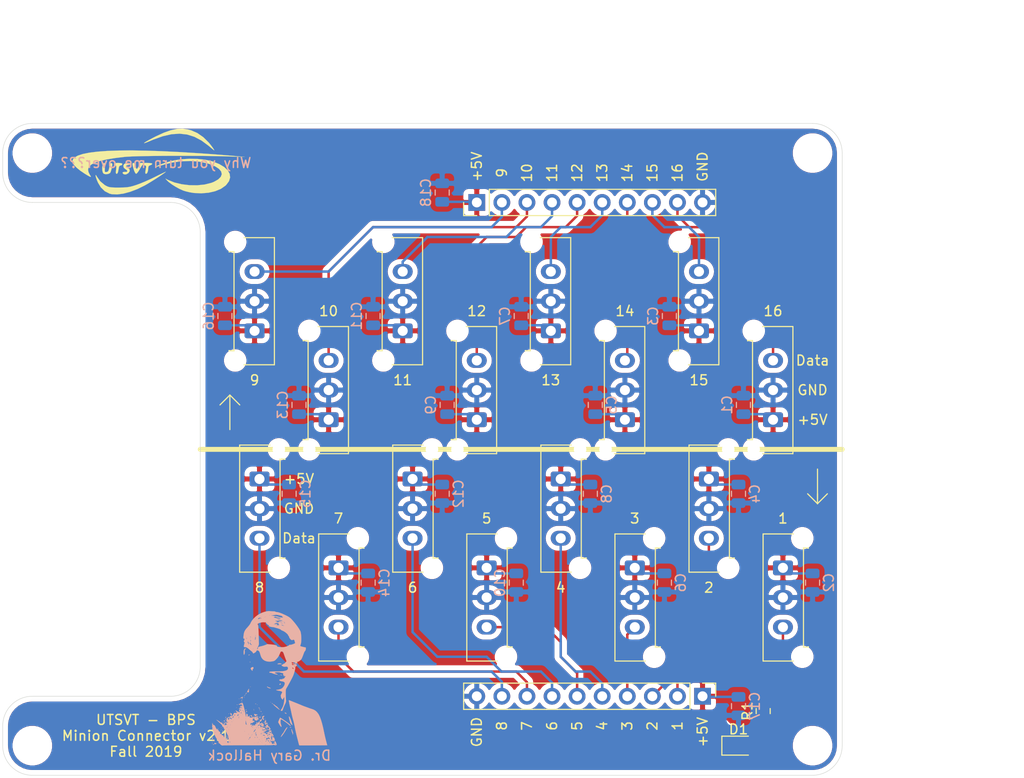
<source format=kicad_pcb>
(kicad_pcb (version 20171130) (host pcbnew "(5.1.6)-1")
  (layers (0 F.Cu signal) (31 B.Cu signal) (34 B.Paste user) (35 F.Paste user) (36 B.SilkS user) (37 F.SilkS user) (38 B.Mask user) (39 F.Mask user) (44 Edge.Cuts user))
  (net 0 "")
  (net 1 +5V)
  (net 2 GND)
  (net 3 /TempSens2)
  (net 4 /TempSens3)
  (net 5 /TempSens4)
  (net 6 /TempSens5)
  (net 7 /TempSens6)
  (net 8 /TempSens7)
  (net 9 /TempSens1)
  (net 10 /TempSens8)
  (net 11 /TempSens9)
  (net 12 /TempSens10)
  (net 13 /TempSens11)
  (net 14 /TempSens12)
  (net 15 /TempSens13)
  (net 16 /TempSens14)
  (net 17 /TempSens15)
  (net 18 /TempSens16)
  (net 19 "Net-(D1-Pad2)")
  (module Connector_Molex:Molex_Micro-Fit_3.0_43650-0315_1x03_P3.00mm_Vertical (layer F.Cu) (at 126 106 270)
    (fp_text reference J8 hide)
    (fp_text value TempConn8)
    (pad "" np_thru_hole circle (at -3 -1.96 270) (size 1.27 1.27) (drill 1.27) (layers *.Cu *.Mask))
    (pad "" np_thru_hole circle (at 9 -1.96 270) (size 1.27 1.27) (drill 1.27) (layers *.Cu *.Mask))
    (pad 1 thru_hole roundrect (at 0 0 270) (size 1.5 2.02) (drill 1.02) (layers *.Cu *.Mask) (roundrect_rratio 0.166667) (net 1 +5V))
    (pad 2 thru_hole oval (at 3 0 270) (size 1.5 2.02) (drill 1.02) (layers *.Cu *.Mask) (net 2 GND))
    (pad 3 thru_hole oval (at 6 0 270) (size 1.5 2.02) (drill 1.02) (layers *.Cu *.Mask) (net 10 /TempSens8))
  )
  (module UTSVT_Special:Hallock_Image_Tiny (layer B.Cu) (at 127.5 126 180)
    (fp_text reference G*** hide)
    (fp_text value LOGO hide)
  )
  (module UTSVT_Special:UTSVT_Logo_Symbol (layer F.Cu) (at 115.5 74)
    (fp_text reference G*** hide)
    (fp_text value LOGO hide)
  )
  (module Connector_Molex:Molex_Micro-Fit_3.0_43650-0315_1x03_P3.00mm_Vertical (layer F.Cu) (at 170.5 91 90)
    (fp_text reference J17 hide)
    (fp_text value TempConn15)
    (pad "" np_thru_hole circle (at -3 -1.96 90) (size 1.27 1.27) (drill 1.27) (layers *.Cu *.Mask))
    (pad "" np_thru_hole circle (at 9 -1.96 90) (size 1.27 1.27) (drill 1.27) (layers *.Cu *.Mask))
    (pad 1 thru_hole roundrect (at 0 0 90) (size 1.5 2.02) (drill 1.02) (layers *.Cu *.Mask) (roundrect_rratio 0.166667) (net 1 +5V))
    (pad 2 thru_hole oval (at 3 0 90) (size 1.5 2.02) (drill 1.02) (layers *.Cu *.Mask) (net 2 GND))
    (pad 3 thru_hole oval (at 6 0 90) (size 1.5 2.02) (drill 1.02) (layers *.Cu *.Mask) (net 17 /TempSens15))
  )
  (module Capacitor_SMD:C_0805_2012Metric (layer B.Cu) (at 175 98.5 270)
    (fp_text reference C1 (at 0 1.65 270) (layer B.SilkS) (effects (justify mirror)))
    (fp_text value 100n)
    (pad 2 smd roundrect (at 0.9375 0 270) (size 0.975 1.4) (layers B.Cu B.Paste B.Mask) (net 1 +5V))
    (pad 1 smd roundrect (at -0.9375 0 270) (size 0.975 1.4) (layers B.Cu B.Paste B.Mask) (net 2 GND))
  )
  (module Capacitor_SMD:C_0805_2012Metric (layer B.Cu) (at 182 116.5 90)
    (fp_text reference C2 (at 0 1.65 270) (layer B.SilkS) (effects (justify mirror)))
    (fp_text value 100n)
    (pad 1 smd roundrect (at -0.9375 0 90) (size 0.975 1.4) (layers B.Cu B.Paste B.Mask) (net 2 GND))
    (pad 2 smd roundrect (at 0.9375 0 90) (size 0.975 1.4) (layers B.Cu B.Paste B.Mask) (net 1 +5V))
  )
  (module Capacitor_SMD:C_0805_2012Metric (layer B.Cu) (at 167.5 89.5 270)
    (fp_text reference C3 (at 0 1.65 270) (layer B.SilkS) (effects (justify mirror)))
    (fp_text value 100n)
    (pad 2 smd roundrect (at 0.9375 0 270) (size 0.975 1.4) (layers B.Cu B.Paste B.Mask) (net 1 +5V))
    (pad 1 smd roundrect (at -0.9375 0 270) (size 0.975 1.4) (layers B.Cu B.Paste B.Mask) (net 2 GND))
  )
  (module Capacitor_SMD:C_0805_2012Metric (layer B.Cu) (at 174.5 107.5 90)
    (fp_text reference C4 (at 0 1.65 90) (layer B.SilkS) (effects (justify mirror)))
    (fp_text value 100n)
    (pad 1 smd roundrect (at -0.9375 0 90) (size 0.975 1.4) (layers B.Cu B.Paste B.Mask) (net 2 GND))
    (pad 2 smd roundrect (at 0.9375 0 90) (size 0.975 1.4) (layers B.Cu B.Paste B.Mask) (net 1 +5V))
  )
  (module Capacitor_SMD:C_0805_2012Metric (layer B.Cu) (at 160 98.5 90)
    (fp_text reference C5 (at 0 1.65 90) (layer B.SilkS) (effects (justify mirror)))
    (fp_text value 100n)
    (pad 1 smd roundrect (at -0.9375 0 90) (size 0.975 1.4) (layers B.Cu B.Paste B.Mask) (net 1 +5V))
    (pad 2 smd roundrect (at 0.9375 0 90) (size 0.975 1.4) (layers B.Cu B.Paste B.Mask) (net 2 GND))
  )
  (module Capacitor_SMD:C_0805_2012Metric (layer B.Cu) (at 167 116.5 90)
    (fp_text reference C6 (at 0 1.65 90) (layer B.SilkS) (effects (justify mirror)))
    (fp_text value 100n)
    (pad 2 smd roundrect (at 0.9375 0 90) (size 0.975 1.4) (layers B.Cu B.Paste B.Mask) (net 1 +5V))
    (pad 1 smd roundrect (at -0.9375 0 90) (size 0.975 1.4) (layers B.Cu B.Paste B.Mask) (net 2 GND))
  )
  (module Capacitor_SMD:C_0805_2012Metric (layer B.Cu) (at 152.5 89.5 270)
    (fp_text reference C7 (at 0 1.65 90) (layer B.SilkS) (effects (justify mirror)))
    (fp_text value 100n)
    (pad 1 smd roundrect (at -0.9375 0 270) (size 0.975 1.4) (layers B.Cu B.Paste B.Mask) (net 2 GND))
    (pad 2 smd roundrect (at 0.9375 0 270) (size 0.975 1.4) (layers B.Cu B.Paste B.Mask) (net 1 +5V))
  )
  (module Capacitor_SMD:C_0805_2012Metric (layer B.Cu) (at 159.5 107.5 90)
    (fp_text reference C8 (at 0 1.65 90) (layer B.SilkS) (effects (justify mirror)))
    (fp_text value 100n)
    (pad 1 smd roundrect (at -0.9375 0 90) (size 0.975 1.4) (layers B.Cu B.Paste B.Mask) (net 2 GND))
    (pad 2 smd roundrect (at 0.9375 0 90) (size 0.975 1.4) (layers B.Cu B.Paste B.Mask) (net 1 +5V))
  )
  (module Capacitor_SMD:C_0805_2012Metric (layer B.Cu) (at 145 98.5 270)
    (fp_text reference C9 (at 0 1.65 90) (layer B.SilkS) (effects (justify mirror)))
    (fp_text value 100n)
    (pad 2 smd roundrect (at 0.9375 0 270) (size 0.975 1.4) (layers B.Cu B.Paste B.Mask) (net 1 +5V))
    (pad 1 smd roundrect (at -0.9375 0 270) (size 0.975 1.4) (layers B.Cu B.Paste B.Mask) (net 2 GND))
  )
  (module Capacitor_SMD:C_0805_2012Metric (layer B.Cu) (at 152 116.5 270)
    (fp_text reference C10 (at 0 1.65 90) (layer B.SilkS) (effects (justify mirror)))
    (fp_text value 100n)
    (pad 2 smd roundrect (at 0.9375 0 270) (size 0.975 1.4) (layers B.Cu B.Paste B.Mask) (net 2 GND))
    (pad 1 smd roundrect (at -0.9375 0 270) (size 0.975 1.4) (layers B.Cu B.Paste B.Mask) (net 1 +5V))
  )
  (module Capacitor_SMD:C_0805_2012Metric (layer B.Cu) (at 137.5 89.5 270)
    (fp_text reference C11 (at 0 1.65 270) (layer B.SilkS) (effects (justify mirror)))
    (fp_text value 100n)
    (pad 2 smd roundrect (at 0.9375 0 270) (size 0.975 1.4) (layers B.Cu B.Paste B.Mask) (net 1 +5V))
    (pad 1 smd roundrect (at -0.9375 0 270) (size 0.975 1.4) (layers B.Cu B.Paste B.Mask) (net 2 GND))
  )
  (module Capacitor_SMD:C_0805_2012Metric (layer B.Cu) (at 144.5 107.5 90)
    (fp_text reference C12 (at 0 1.65 270) (layer B.SilkS) (effects (justify mirror)))
    (fp_text value 100n)
    (pad 1 smd roundrect (at -0.9375 0 90) (size 0.975 1.4) (layers B.Cu B.Paste B.Mask) (net 2 GND))
    (pad 2 smd roundrect (at 0.9375 0 90) (size 0.975 1.4) (layers B.Cu B.Paste B.Mask) (net 1 +5V))
  )
  (module Capacitor_SMD:C_0805_2012Metric (layer B.Cu) (at 130 98.5 270)
    (fp_text reference C13 (at 0 1.65 270) (layer B.SilkS) (effects (justify mirror)))
    (fp_text value 100n)
    (pad 1 smd roundrect (at -0.9375 0 270) (size 0.975 1.4) (layers B.Cu B.Paste B.Mask) (net 2 GND))
    (pad 2 smd roundrect (at 0.9375 0 270) (size 0.975 1.4) (layers B.Cu B.Paste B.Mask) (net 1 +5V))
  )
  (module Capacitor_SMD:C_0805_2012Metric (layer B.Cu) (at 137 116.5 90)
    (fp_text reference C14 (at 0 1.65 90) (layer B.SilkS) (effects (justify mirror)))
    (fp_text value 100n)
    (pad 2 smd roundrect (at 0.9375 0 90) (size 0.975 1.4) (layers B.Cu B.Paste B.Mask) (net 1 +5V))
    (pad 1 smd roundrect (at -0.9375 0 90) (size 0.975 1.4) (layers B.Cu B.Paste B.Mask) (net 2 GND))
  )
  (module Capacitor_SMD:C_0805_2012Metric (layer B.Cu) (at 129 107.5 90)
    (fp_text reference C15 (at 0 1.65 90) (layer B.SilkS) (effects (justify mirror)))
    (fp_text value 100n)
    (pad 2 smd roundrect (at 0.9375 0 90) (size 0.975 1.4) (layers B.Cu B.Paste B.Mask) (net 1 +5V))
    (pad 1 smd roundrect (at -0.9375 0 90) (size 0.975 1.4) (layers B.Cu B.Paste B.Mask) (net 2 GND))
  )
  (module Capacitor_SMD:C_0805_2012Metric (layer B.Cu) (at 122.5 89.5 270)
    (fp_text reference C16 (at 0 1.65 90) (layer B.SilkS) (effects (justify mirror)))
    (fp_text value 100n)
    (pad 1 smd roundrect (at -0.9375 0 270) (size 0.975 1.4) (layers B.Cu B.Paste B.Mask) (net 2 GND))
    (pad 2 smd roundrect (at 0.9375 0 270) (size 0.975 1.4) (layers B.Cu B.Paste B.Mask) (net 1 +5V))
  )
  (module Capacitor_SMD:C_0805_2012Metric (layer B.Cu) (at 174.5 129 90)
    (fp_text reference C17 (at 0 1.65 90) (layer B.SilkS) (effects (justify mirror)))
    (fp_text value 100n)
    (pad 2 smd roundrect (at 0.9375 0 90) (size 0.975 1.4) (layers B.Cu B.Paste B.Mask) (net 1 +5V))
    (pad 1 smd roundrect (at -0.9375 0 90) (size 0.975 1.4) (layers B.Cu B.Paste B.Mask) (net 2 GND))
  )
  (module Capacitor_SMD:C_0805_2012Metric (layer B.Cu) (at 144.5 77 270)
    (fp_text reference C18 (at 0 1.65 90) (layer B.SilkS) (effects (justify mirror)))
    (fp_text value 100n)
    (pad 1 smd roundrect (at -0.9375 0 270) (size 0.975 1.4) (layers B.Cu B.Paste B.Mask) (net 2 GND))
    (pad 2 smd roundrect (at 0.9375 0 270) (size 0.975 1.4) (layers B.Cu B.Paste B.Mask) (net 1 +5V))
  )
  (module Connector_Molex:Molex_Micro-Fit_3.0_43650-0315_1x03_P3.00mm_Vertical (layer F.Cu) (at 171.5 106 270)
    (fp_text reference J1 hide)
    (fp_text value TempConn2)
    (pad 3 thru_hole oval (at 6 0 270) (size 1.5 2.02) (drill 1.02) (layers *.Cu *.Mask) (net 3 /TempSens2))
    (pad 2 thru_hole oval (at 3 0 270) (size 1.5 2.02) (drill 1.02) (layers *.Cu *.Mask) (net 2 GND))
    (pad 1 thru_hole roundrect (at 0 0 270) (size 1.5 2.02) (drill 1.02) (layers *.Cu *.Mask) (roundrect_rratio 0.166667) (net 1 +5V))
    (pad "" np_thru_hole circle (at 9 -1.96 270) (size 1.27 1.27) (drill 1.27) (layers *.Cu *.Mask))
    (pad "" np_thru_hole circle (at -3 -1.96 270) (size 1.27 1.27) (drill 1.27) (layers *.Cu *.Mask))
  )
  (module Connector_Molex:Molex_Micro-Fit_3.0_43650-0315_1x03_P3.00mm_Vertical (layer F.Cu) (at 164 115 270)
    (fp_text reference J2 hide)
    (fp_text value TempConn3)
    (pad "" np_thru_hole circle (at -3 -1.96 270) (size 1.27 1.27) (drill 1.27) (layers *.Cu *.Mask))
    (pad "" np_thru_hole circle (at 9 -1.96 270) (size 1.27 1.27) (drill 1.27) (layers *.Cu *.Mask))
    (pad 1 thru_hole roundrect (at 0 0 270) (size 1.5 2.02) (drill 1.02) (layers *.Cu *.Mask) (roundrect_rratio 0.166667) (net 1 +5V))
    (pad 2 thru_hole oval (at 3 0 270) (size 1.5 2.02) (drill 1.02) (layers *.Cu *.Mask) (net 2 GND))
    (pad 3 thru_hole oval (at 6 0 270) (size 1.5 2.02) (drill 1.02) (layers *.Cu *.Mask) (net 4 /TempSens3))
  )
  (module Connector_Molex:Molex_Micro-Fit_3.0_43650-0315_1x03_P3.00mm_Vertical (layer F.Cu) (at 156.5 106 270)
    (fp_text reference J3 hide)
    (fp_text value TempConn4)
    (pad 3 thru_hole oval (at 6 0 270) (size 1.5 2.02) (drill 1.02) (layers *.Cu *.Mask) (net 5 /TempSens4))
    (pad 2 thru_hole oval (at 3 0 270) (size 1.5 2.02) (drill 1.02) (layers *.Cu *.Mask) (net 2 GND))
    (pad 1 thru_hole roundrect (at 0 0 270) (size 1.5 2.02) (drill 1.02) (layers *.Cu *.Mask) (roundrect_rratio 0.166667) (net 1 +5V))
    (pad "" np_thru_hole circle (at 9 -1.96 270) (size 1.27 1.27) (drill 1.27) (layers *.Cu *.Mask))
    (pad "" np_thru_hole circle (at -3 -1.96 270) (size 1.27 1.27) (drill 1.27) (layers *.Cu *.Mask))
  )
  (module Connector_Molex:Molex_Micro-Fit_3.0_43650-0315_1x03_P3.00mm_Vertical (layer F.Cu) (at 149 115 270)
    (fp_text reference J4 hide)
    (fp_text value TempConn5)
    (pad "" np_thru_hole circle (at -3 -1.96 270) (size 1.27 1.27) (drill 1.27) (layers *.Cu *.Mask))
    (pad "" np_thru_hole circle (at 9 -1.96 270) (size 1.27 1.27) (drill 1.27) (layers *.Cu *.Mask))
    (pad 1 thru_hole roundrect (at 0 0 270) (size 1.5 2.02) (drill 1.02) (layers *.Cu *.Mask) (roundrect_rratio 0.166667) (net 1 +5V))
    (pad 2 thru_hole oval (at 3 0 270) (size 1.5 2.02) (drill 1.02) (layers *.Cu *.Mask) (net 2 GND))
    (pad 3 thru_hole oval (at 6 0 270) (size 1.5 2.02) (drill 1.02) (layers *.Cu *.Mask) (net 6 /TempSens5))
  )
  (module Connector_Molex:Molex_Micro-Fit_3.0_43650-0315_1x03_P3.00mm_Vertical (layer F.Cu) (at 141.5 106 270)
    (fp_text reference J5 hide)
    (fp_text value TempConn6)
    (pad "" np_thru_hole circle (at -3 -1.96 270) (size 1.27 1.27) (drill 1.27) (layers *.Cu *.Mask))
    (pad "" np_thru_hole circle (at 9 -1.96 270) (size 1.27 1.27) (drill 1.27) (layers *.Cu *.Mask))
    (pad 1 thru_hole roundrect (at 0 0 270) (size 1.5 2.02) (drill 1.02) (layers *.Cu *.Mask) (roundrect_rratio 0.166667) (net 1 +5V))
    (pad 2 thru_hole oval (at 3 0 270) (size 1.5 2.02) (drill 1.02) (layers *.Cu *.Mask) (net 2 GND))
    (pad 3 thru_hole oval (at 6 0 270) (size 1.5 2.02) (drill 1.02) (layers *.Cu *.Mask) (net 7 /TempSens6))
  )
  (module Connector_Molex:Molex_Micro-Fit_3.0_43650-0315_1x03_P3.00mm_Vertical (layer F.Cu) (at 134 115 270)
    (fp_text reference J6 hide)
    (fp_text value TempConn7)
    (pad 3 thru_hole oval (at 6 0 270) (size 1.5 2.02) (drill 1.02) (layers *.Cu *.Mask) (net 8 /TempSens7))
    (pad 2 thru_hole oval (at 3 0 270) (size 1.5 2.02) (drill 1.02) (layers *.Cu *.Mask) (net 2 GND))
    (pad 1 thru_hole roundrect (at 0 0 270) (size 1.5 2.02) (drill 1.02) (layers *.Cu *.Mask) (roundrect_rratio 0.166667) (net 1 +5V))
    (pad "" np_thru_hole circle (at 9 -1.96 270) (size 1.27 1.27) (drill 1.27) (layers *.Cu *.Mask))
    (pad "" np_thru_hole circle (at -3 -1.96 270) (size 1.27 1.27) (drill 1.27) (layers *.Cu *.Mask))
  )
  (module Connector_Molex:Molex_Micro-Fit_3.0_43650-0315_1x03_P3.00mm_Vertical (layer F.Cu) (at 179 115 270)
    (fp_text reference J7 hide)
    (fp_text value TempConn1)
    (pad 3 thru_hole oval (at 6 0 270) (size 1.5 2.02) (drill 1.02) (layers *.Cu *.Mask) (net 9 /TempSens1))
    (pad 2 thru_hole oval (at 3 0 270) (size 1.5 2.02) (drill 1.02) (layers *.Cu *.Mask) (net 2 GND))
    (pad 1 thru_hole roundrect (at 0 0 270) (size 1.5 2.02) (drill 1.02) (layers *.Cu *.Mask) (roundrect_rratio 0.166667) (net 1 +5V))
    (pad "" np_thru_hole circle (at 9 -1.96 270) (size 1.27 1.27) (drill 1.27) (layers *.Cu *.Mask))
    (pad "" np_thru_hole circle (at -3 -1.96 270) (size 1.27 1.27) (drill 1.27) (layers *.Cu *.Mask))
  )
  (module Connector_PinHeader_2.54mm:PinHeader_1x10_P2.54mm_Vertical (layer F.Cu) (at 170.86 128 270)
    (fp_text reference J9 hide)
    (fp_text value TempConn2)
    (pad 10 thru_hole oval (at 0 22.86 270) (size 1.7 1.7) (drill 1) (layers *.Cu *.Mask) (net 2 GND))
    (pad 9 thru_hole oval (at 0 20.32 270) (size 1.7 1.7) (drill 1) (layers *.Cu *.Mask) (net 10 /TempSens8))
    (pad 8 thru_hole oval (at 0 17.78 270) (size 1.7 1.7) (drill 1) (layers *.Cu *.Mask) (net 8 /TempSens7))
    (pad 7 thru_hole oval (at 0 15.24 270) (size 1.7 1.7) (drill 1) (layers *.Cu *.Mask) (net 7 /TempSens6))
    (pad 6 thru_hole oval (at 0 12.7 270) (size 1.7 1.7) (drill 1) (layers *.Cu *.Mask) (net 6 /TempSens5))
    (pad 5 thru_hole oval (at 0 10.16 270) (size 1.7 1.7) (drill 1) (layers *.Cu *.Mask) (net 5 /TempSens4))
    (pad 4 thru_hole oval (at 0 7.62 270) (size 1.7 1.7) (drill 1) (layers *.Cu *.Mask) (net 4 /TempSens3))
    (pad 3 thru_hole oval (at 0 5.08 270) (size 1.7 1.7) (drill 1) (layers *.Cu *.Mask) (net 3 /TempSens2))
    (pad 2 thru_hole oval (at 0 2.54 270) (size 1.7 1.7) (drill 1) (layers *.Cu *.Mask) (net 9 /TempSens1))
    (pad 1 thru_hole rect (at 0 0 270) (size 1.7 1.7) (drill 1) (layers *.Cu *.Mask) (net 1 +5V))
  )
  (module Connector_Molex:Molex_Micro-Fit_3.0_43650-0315_1x03_P3.00mm_Vertical (layer F.Cu) (at 125.5 91 90)
    (fp_text reference J10 hide)
    (fp_text value TempConn9)
    (pad 3 thru_hole oval (at 6 0 90) (size 1.5 2.02) (drill 1.02) (layers *.Cu *.Mask) (net 11 /TempSens9))
    (pad 2 thru_hole oval (at 3 0 90) (size 1.5 2.02) (drill 1.02) (layers *.Cu *.Mask) (net 2 GND))
    (pad 1 thru_hole roundrect (at 0 0 90) (size 1.5 2.02) (drill 1.02) (layers *.Cu *.Mask) (roundrect_rratio 0.166667) (net 1 +5V))
    (pad "" np_thru_hole circle (at 9 -1.96 90) (size 1.27 1.27) (drill 1.27) (layers *.Cu *.Mask))
    (pad "" np_thru_hole circle (at -3 -1.96 90) (size 1.27 1.27) (drill 1.27) (layers *.Cu *.Mask))
  )
  (module Connector_Molex:Molex_Micro-Fit_3.0_43650-0315_1x03_P3.00mm_Vertical (layer F.Cu) (at 133 100 90)
    (fp_text reference J11 hide)
    (fp_text value TempConn10)
    (pad "" np_thru_hole circle (at -3 -1.96 90) (size 1.27 1.27) (drill 1.27) (layers *.Cu *.Mask))
    (pad "" np_thru_hole circle (at 9 -1.96 90) (size 1.27 1.27) (drill 1.27) (layers *.Cu *.Mask))
    (pad 1 thru_hole roundrect (at 0 0 90) (size 1.5 2.02) (drill 1.02) (layers *.Cu *.Mask) (roundrect_rratio 0.166667) (net 1 +5V))
    (pad 2 thru_hole oval (at 3 0 90) (size 1.5 2.02) (drill 1.02) (layers *.Cu *.Mask) (net 2 GND))
    (pad 3 thru_hole oval (at 6 0 90) (size 1.5 2.02) (drill 1.02) (layers *.Cu *.Mask) (net 12 /TempSens10))
  )
  (module Connector_Molex:Molex_Micro-Fit_3.0_43650-0315_1x03_P3.00mm_Vertical (layer F.Cu) (at 140.5 91 90)
    (fp_text reference J12 hide)
    (fp_text value TempConn11)
    (pad "" np_thru_hole circle (at -3 -1.96 90) (size 1.27 1.27) (drill 1.27) (layers *.Cu *.Mask))
    (pad "" np_thru_hole circle (at 9 -1.96 90) (size 1.27 1.27) (drill 1.27) (layers *.Cu *.Mask))
    (pad 1 thru_hole roundrect (at 0 0 90) (size 1.5 2.02) (drill 1.02) (layers *.Cu *.Mask) (roundrect_rratio 0.166667) (net 1 +5V))
    (pad 2 thru_hole oval (at 3 0 90) (size 1.5 2.02) (drill 1.02) (layers *.Cu *.Mask) (net 2 GND))
    (pad 3 thru_hole oval (at 6 0 90) (size 1.5 2.02) (drill 1.02) (layers *.Cu *.Mask) (net 13 /TempSens11))
  )
  (module Connector_Molex:Molex_Micro-Fit_3.0_43650-0315_1x03_P3.00mm_Vertical (layer F.Cu) (at 148 100 90)
    (fp_text reference J13 hide)
    (fp_text value TempConn12)
    (pad 3 thru_hole oval (at 6 0 90) (size 1.5 2.02) (drill 1.02) (layers *.Cu *.Mask) (net 14 /TempSens12))
    (pad 2 thru_hole oval (at 3 0 90) (size 1.5 2.02) (drill 1.02) (layers *.Cu *.Mask) (net 2 GND))
    (pad 1 thru_hole roundrect (at 0 0 90) (size 1.5 2.02) (drill 1.02) (layers *.Cu *.Mask) (roundrect_rratio 0.166667) (net 1 +5V))
    (pad "" np_thru_hole circle (at 9 -1.96 90) (size 1.27 1.27) (drill 1.27) (layers *.Cu *.Mask))
    (pad "" np_thru_hole circle (at -3 -1.96 90) (size 1.27 1.27) (drill 1.27) (layers *.Cu *.Mask))
  )
  (module Connector_PinHeader_2.54mm:PinHeader_1x10_P2.54mm_Vertical (layer F.Cu) (at 148 78 90)
    (fp_text reference J14 hide)
    (fp_text value TempConn2)
    (pad 1 thru_hole rect (at 0 0 90) (size 1.7 1.7) (drill 1) (layers *.Cu *.Mask) (net 1 +5V))
    (pad 2 thru_hole oval (at 0 2.54 90) (size 1.7 1.7) (drill 1) (layers *.Cu *.Mask) (net 11 /TempSens9))
    (pad 3 thru_hole oval (at 0 5.08 90) (size 1.7 1.7) (drill 1) (layers *.Cu *.Mask) (net 12 /TempSens10))
    (pad 4 thru_hole oval (at 0 7.62 90) (size 1.7 1.7) (drill 1) (layers *.Cu *.Mask) (net 13 /TempSens11))
    (pad 5 thru_hole oval (at 0 10.16 90) (size 1.7 1.7) (drill 1) (layers *.Cu *.Mask) (net 14 /TempSens12))
    (pad 6 thru_hole oval (at 0 12.7 90) (size 1.7 1.7) (drill 1) (layers *.Cu *.Mask) (net 15 /TempSens13))
    (pad 7 thru_hole oval (at 0 15.24 90) (size 1.7 1.7) (drill 1) (layers *.Cu *.Mask) (net 16 /TempSens14))
    (pad 8 thru_hole oval (at 0 17.78 90) (size 1.7 1.7) (drill 1) (layers *.Cu *.Mask) (net 17 /TempSens15))
    (pad 9 thru_hole oval (at 0 20.32 90) (size 1.7 1.7) (drill 1) (layers *.Cu *.Mask) (net 18 /TempSens16))
    (pad 10 thru_hole oval (at 0 22.86 90) (size 1.7 1.7) (drill 1) (layers *.Cu *.Mask) (net 2 GND))
  )
  (module Connector_Molex:Molex_Micro-Fit_3.0_43650-0315_1x03_P3.00mm_Vertical (layer F.Cu) (at 155.5 91 90)
    (fp_text reference J15 hide)
    (fp_text value TempConn13)
    (pad "" np_thru_hole circle (at -3 -1.96 90) (size 1.27 1.27) (drill 1.27) (layers *.Cu *.Mask))
    (pad "" np_thru_hole circle (at 9 -1.96 90) (size 1.27 1.27) (drill 1.27) (layers *.Cu *.Mask))
    (pad 1 thru_hole roundrect (at 0 0 90) (size 1.5 2.02) (drill 1.02) (layers *.Cu *.Mask) (roundrect_rratio 0.166667) (net 1 +5V))
    (pad 2 thru_hole oval (at 3 0 90) (size 1.5 2.02) (drill 1.02) (layers *.Cu *.Mask) (net 2 GND))
    (pad 3 thru_hole oval (at 6 0 90) (size 1.5 2.02) (drill 1.02) (layers *.Cu *.Mask) (net 15 /TempSens13))
  )
  (module Connector_Molex:Molex_Micro-Fit_3.0_43650-0315_1x03_P3.00mm_Vertical (layer F.Cu) (at 163 100 90)
    (fp_text reference J16 hide)
    (fp_text value TempConn14)
    (pad 3 thru_hole oval (at 6 0 90) (size 1.5 2.02) (drill 1.02) (layers *.Cu *.Mask) (net 16 /TempSens14))
    (pad 2 thru_hole oval (at 3 0 90) (size 1.5 2.02) (drill 1.02) (layers *.Cu *.Mask) (net 2 GND))
    (pad 1 thru_hole roundrect (at 0 0 90) (size 1.5 2.02) (drill 1.02) (layers *.Cu *.Mask) (roundrect_rratio 0.166667) (net 1 +5V))
    (pad "" np_thru_hole circle (at 9 -1.96 90) (size 1.27 1.27) (drill 1.27) (layers *.Cu *.Mask))
    (pad "" np_thru_hole circle (at -3 -1.96 90) (size 1.27 1.27) (drill 1.27) (layers *.Cu *.Mask))
  )
  (module Connector_Molex:Molex_Micro-Fit_3.0_43650-0315_1x03_P3.00mm_Vertical (layer F.Cu) (at 178 100 90)
    (fp_text reference J18 hide)
    (fp_text value TempConn16)
    (pad "" np_thru_hole circle (at -3 -1.96 90) (size 1.27 1.27) (drill 1.27) (layers *.Cu *.Mask))
    (pad "" np_thru_hole circle (at 9 -1.96 90) (size 1.27 1.27) (drill 1.27) (layers *.Cu *.Mask))
    (pad 1 thru_hole roundrect (at 0 0 90) (size 1.5 2.02) (drill 1.02) (layers *.Cu *.Mask) (roundrect_rratio 0.166667) (net 1 +5V))
    (pad 2 thru_hole oval (at 3 0 90) (size 1.5 2.02) (drill 1.02) (layers *.Cu *.Mask) (net 2 GND))
    (pad 3 thru_hole oval (at 6 0 90) (size 1.5 2.02) (drill 1.02) (layers *.Cu *.Mask) (net 18 /TempSens16))
  )
  (module MountingHole:MountingHole_3mm (layer F.Cu) (at 182 73)
    (fp_text reference H1 hide)
    (fp_text value M3)
    (pad 1 np_thru_hole circle (at 0 0) (size 3 3) (drill 3) (layers *.Cu *.Mask))
  )
  (module MountingHole:MountingHole_3mm (layer F.Cu) (at 103 73)
    (fp_text reference H2 hide)
    (fp_text value M3)
    (pad 1 np_thru_hole circle (at 0 0) (size 3 3) (drill 3) (layers *.Cu *.Mask))
  )
  (module MountingHole:MountingHole_3mm (layer F.Cu) (at 182 133)
    (fp_text reference H3 hide)
    (fp_text value M3)
    (pad 1 np_thru_hole circle (at 0 0) (size 3 3) (drill 3) (layers *.Cu *.Mask))
  )
  (module MountingHole:MountingHole_3mm (layer F.Cu) (at 103 133)
    (fp_text reference H4 hide)
    (fp_text value M3)
    (pad 1 np_thru_hole circle (at 0 0) (size 3 3) (drill 3) (layers *.Cu *.Mask))
  )
  (module LED_SMD:LED_0805_2012Metric (layer F.Cu) (at 174.5 133)
    (fp_text reference D1 (at 0 -1.65) (layer F.SilkS))
    (fp_text value Green)
    (pad 1 smd roundrect (at -0.9375 0) (size 0.975 1.4) (layers F.Cu F.Paste F.Mask) (net 2 GND))
    (pad 2 smd roundrect (at 0.9375 0) (size 0.975 1.4) (layers F.Cu F.Paste F.Mask) (net 19 "Net-(D1-Pad2)"))
  )
  (module Resistor_SMD:R_0805_2012Metric (layer F.Cu) (at 177 129.5 270)
    (fp_text reference R1 (at 0 1.6 90) (layer F.SilkS))
    (fp_text value 1.2k)
    (pad 1 smd roundrect (at -0.9375 0 270) (size 0.975 1.4) (layers F.Cu F.Paste F.Mask) (net 1 +5V))
    (pad 2 smd roundrect (at 0.9375 0 270) (size 0.975 1.4) (layers F.Cu F.Paste F.Mask) (net 19 "Net-(D1-Pad2)"))
  )
  (gr_text +5V (at 130 106) (layer F.SilkS) (effects (font (size 1 1))))
  (gr_text GND (at 130 109) (layer F.SilkS) (effects (font (size 1 1))))
  (gr_text Data (at 130 112) (layer F.SilkS) (effects (font (size 1 1))))
  (gr_text 1 (at 179 110) (layer F.SilkS) (effects (font (size 1 1))))
  (gr_arc (start 117 125) (end 117 128) (angle -90) (layer Edge.Cuts) (width 0.05))
  (gr_text "Why you turn me over???" (at 115.5 74) (layer B.SilkS) (effects (font (size 1 1)) (justify mirror)))
  (gr_text Data (at 182 94) (layer F.SilkS) (effects (font (size 1 1))))
  (gr_text GND (at 182 97) (layer F.SilkS) (effects (font (size 1 1))))
  (gr_text +5V (at 182 100) (layer F.SilkS) (effects (font (size 1 1))))
  (gr_text 8 (at 126 117) (layer F.SilkS) (effects (font (size 1 1))))
  (gr_text 7 (at 134 110) (layer F.SilkS) (effects (font (size 1 1))))
  (gr_text 6 (at 141.5 117) (layer F.SilkS) (effects (font (size 1 1))))
  (gr_text 5 (at 149 110) (layer F.SilkS) (effects (font (size 1 1))))
  (gr_text 4 (at 156.5 117) (layer F.SilkS) (effects (font (size 1 1))))
  (gr_text 3 (at 164 110) (layer F.SilkS) (effects (font (size 1 1))))
  (gr_text 2 (at 171.5 117) (layer F.SilkS) (effects (font (size 1 1))))
  (gr_text 16 (at 178 89) (layer F.SilkS) (effects (font (size 1 1))))
  (gr_text 15 (at 170.5 96) (layer F.SilkS) (effects (font (size 1 1))))
  (gr_text 14 (at 163 89) (layer F.SilkS) (effects (font (size 1 1))))
  (gr_text 13 (at 155.5 96) (layer F.SilkS) (effects (font (size 1 1))))
  (gr_text 12 (at 148 89) (layer F.SilkS) (effects (font (size 1 1))))
  (gr_text 11 (at 140.5 96) (layer F.SilkS) (effects (font (size 1 1))))
  (gr_text 10 (at 133 89) (layer F.SilkS) (effects (font (size 1 1))))
  (gr_text 9 (at 125.5 96) (layer F.SilkS) (effects (font (size 1 1))))
  (gr_line (start 182.5 108.5) (end 181.5 107.5) (layer F.SilkS) (width 0.12))
  (gr_line (start 182.5 108.5) (end 183.5 107.5) (layer F.SilkS) (width 0.12))
  (gr_line (start 182.5 108.5) (end 182.5 107.5) (layer F.SilkS) (width 0.12))
  (gr_line (start 182.5 105) (end 182.5 108) (layer F.SilkS) (width 0.12))
  (gr_line (start 123 97.5) (end 124 98.5) (layer F.SilkS) (width 0.12))
  (gr_line (start 123 97.5) (end 122 98.5) (layer F.SilkS) (width 0.12))
  (gr_line (start 123 101) (end 123 97.5) (layer F.SilkS) (width 0.12))
  (gr_text "UTSVT - BPS\nMinion Connector v2.1\nFall 2019" (at 114.5 132) (layer F.SilkS) (effects (font (size 1 1))))
  (gr_text "Dr. Gary Hallock" (at 127 134) (layer B.SilkS) (effects (font (size 1 1)) (justify mirror)))
  (gr_text 8 (at 150.54 131 90) (layer F.SilkS) (effects (font (size 1 1))))
  (gr_text 7 (at 153.08 131 90) (layer F.SilkS) (effects (font (size 1 1))))
  (gr_text 6 (at 155.62 131 90) (layer F.SilkS) (effects (font (size 1 1))))
  (gr_text 5 (at 158.16 131 90) (layer F.SilkS) (effects (font (size 1 1))))
  (gr_text 4 (at 160.7 131 90) (layer F.SilkS) (effects (font (size 1 1))))
  (gr_text 3 (at 163.24 131 90) (layer F.SilkS) (effects (font (size 1 1))))
  (gr_text 2 (at 165.78 131 90) (layer F.SilkS) (effects (font (size 1 1))))
  (gr_text 1 (at 168.32 131 90) (layer F.SilkS) (effects (font (size 1 1))))
  (gr_text GND (at 148 130 90) (layer F.SilkS) (effects (font (size 1 1)) (justify right)))
  (gr_text +5V (at 170.86 130 90) (layer F.SilkS) (effects (font (size 1 1)) (justify right)))
  (gr_text GND (at 170.86 76 90) (layer F.SilkS) (effects (font (size 1 1)) (justify left)))
  (gr_text 16 (at 168.32 75 90) (layer F.SilkS) (effects (font (size 1 1))))
  (gr_text 15 (at 165.78 75 90) (layer F.SilkS) (effects (font (size 1 1))))
  (gr_text 14 (at 163.24 75 90) (layer F.SilkS) (effects (font (size 1 1))))
  (gr_text 13 (at 160.7 75 90) (layer F.SilkS) (effects (font (size 1 1))))
  (gr_text 12 (at 158.16 75 90) (layer F.SilkS) (effects (font (size 1 1))))
  (gr_text 11 (at 155.62 75 90) (layer F.SilkS) (effects (font (size 1 1))))
  (gr_text 10 (at 153.08 75 90) (layer F.SilkS) (effects (font (size 1 1))))
  (gr_text 9 (at 150.54 75 90) (layer F.SilkS) (effects (font (size 1 1))))
  (gr_text +5V (at 148 76 90) (layer F.SilkS) (effects (font (size 1 1)) (justify left)))
  (gr_line (start 185 103) (end 120 103) (layer F.SilkS) (width 0.5))
  (gr_arc (start 117 81) (end 120 81) (angle -90) (layer Edge.Cuts) (width 0.05))
  (gr_line (start 103 78) (end 117 78) (layer Edge.Cuts) (width 0.05))
  (gr_arc (start 103 75) (end 100 75) (angle -90) (layer Edge.Cuts) (width 0.05))
  (gr_line (start 100 73) (end 100 75) (layer Edge.Cuts) (width 0.05))
  (gr_line (start 120 125) (end 120 81) (layer Edge.Cuts) (width 0.05))
  (gr_line (start 103 128) (end 117 128) (layer Edge.Cuts) (width 0.05))
  (gr_arc (start 103 131) (end 103 128) (angle -90) (layer Edge.Cuts) (width 0.05))
  (gr_line (start 100 133) (end 100 131) (layer Edge.Cuts) (width 0.05))
  (gr_arc (start 103 73) (end 103 70) (angle -90) (layer Edge.Cuts) (width 0.05))
  (gr_arc (start 182 73) (end 185 73) (angle -90) (layer Edge.Cuts) (width 0.05))
  (gr_arc (start 182 133) (end 182 136) (angle -90) (layer Edge.Cuts) (width 0.05))
  (gr_arc (start 103 133) (end 100 133) (angle -90) (layer Edge.Cuts) (width 0.05))
  (gr_line (start 182 136) (end 103 136) (layer Edge.Cuts) (width 0.05))
  (gr_line (start 185 73) (end 185 133) (layer Edge.Cuts) (width 0.05))
  (gr_line (start 103 70) (end 182 70) (layer Edge.Cuts) (width 0.05))
  (segment (start 177.4375 99.4375) (end 178 100) (width 0.25) (layer B.Cu) (net 1))
  (segment (start 175 99.4375) (end 177.4375 99.4375) (width 0.25) (layer B.Cu) (net 1))
  (segment (start 169.9375 90.4375) (end 170.5 91) (width 0.25) (layer B.Cu) (net 1))
  (segment (start 167.5 90.4375) (end 169.9375 90.4375) (width 0.25) (layer B.Cu) (net 1))
  (segment (start 162.4375 99.4375) (end 163 100) (width 0.25) (layer B.Cu) (net 1))
  (segment (start 160 99.4375) (end 162.4375 99.4375) (width 0.25) (layer B.Cu) (net 1))
  (segment (start 164.5625 115.5625) (end 164 115) (width 0.25) (layer B.Cu) (net 1))
  (segment (start 167 115.5625) (end 164.5625 115.5625) (width 0.25) (layer B.Cu) (net 1))
  (segment (start 179.5625 115.5625) (end 179 115) (width 0.25) (layer B.Cu) (net 1))
  (segment (start 182 115.5625) (end 179.5625 115.5625) (width 0.25) (layer B.Cu) (net 1))
  (segment (start 149.5625 115.5625) (end 149 115) (width 0.25) (layer B.Cu) (net 1))
  (segment (start 152 115.5625) (end 149.5625 115.5625) (width 0.25) (layer B.Cu) (net 1))
  (segment (start 134.5625 115.5625) (end 134 115) (width 0.25) (layer B.Cu) (net 1))
  (segment (start 137 115.5625) (end 134.5625 115.5625) (width 0.25) (layer B.Cu) (net 1))
  (segment (start 126.5625 106.5625) (end 126 106) (width 0.25) (layer B.Cu) (net 1))
  (segment (start 129 106.5625) (end 126.5625 106.5625) (width 0.25) (layer B.Cu) (net 1))
  (segment (start 142.0625 106.5625) (end 141.5 106) (width 0.25) (layer B.Cu) (net 1))
  (segment (start 144.5 106.5625) (end 142.0625 106.5625) (width 0.25) (layer B.Cu) (net 1))
  (segment (start 157.0625 106.5625) (end 156.5 106) (width 0.25) (layer B.Cu) (net 1))
  (segment (start 159.5 106.5625) (end 157.0625 106.5625) (width 0.25) (layer B.Cu) (net 1))
  (segment (start 147.4375 99.4375) (end 148 100) (width 0.25) (layer B.Cu) (net 1))
  (segment (start 145 99.4375) (end 147.4375 99.4375) (width 0.25) (layer B.Cu) (net 1))
  (segment (start 132.4375 99.4375) (end 133 100) (width 0.25) (layer B.Cu) (net 1))
  (segment (start 130 99.4375) (end 132.4375 99.4375) (width 0.25) (layer B.Cu) (net 1))
  (segment (start 124.9375 90.4375) (end 125.5 91) (width 0.25) (layer B.Cu) (net 1))
  (segment (start 122.5 90.4375) (end 124.9375 90.4375) (width 0.25) (layer B.Cu) (net 1))
  (segment (start 139.9375 90.4375) (end 140.5 91) (width 0.25) (layer B.Cu) (net 1))
  (segment (start 137.5 90.4375) (end 139.9375 90.4375) (width 0.25) (layer B.Cu) (net 1))
  (segment (start 148.0625 78.0625) (end 148 78) (width 0.25) (layer B.Cu) (net 1))
  (segment (start 148.5625 78.5625) (end 148 78) (width 0.25) (layer B.Cu) (net 1))
  (segment (start 170.4375 127.5775) (end 170.86 128) (width 0.25) (layer B.Cu) (net 1))
  (segment (start 154.9375 90.4375) (end 155.5 91) (width 0.25) (layer B.Cu) (net 1))
  (segment (start 152.5 90.4375) (end 154.9375 90.4375) (width 0.25) (layer B.Cu) (net 1))
  (segment (start 170.9225 128.0625) (end 170.86 128) (width 0.25) (layer B.Cu) (net 1))
  (segment (start 174.5 128.0625) (end 170.9225 128.0625) (width 0.25) (layer B.Cu) (net 1))
  (segment (start 147.9375 77.9375) (end 148 78) (width 0.25) (layer B.Cu) (net 1))
  (segment (start 144.5 77.9375) (end 147.9375 77.9375) (width 0.25) (layer B.Cu) (net 1))
  (segment (start 172.0625 106.5625) (end 171.5 106) (width 0.25) (layer B.Cu) (net 1))
  (segment (start 174.5 106.5625) (end 172.0625 106.5625) (width 0.25) (layer B.Cu) (net 1))
  (segment (start 173.5625 131.5625) (end 173.5625 133) (width 0.25) (layer F.Cu) (net 2))
  (segment (start 172.5 130.5) (end 173.5625 131.5625) (width 0.25) (layer F.Cu) (net 2))
  (segment (start 149 130.5) (end 172.5 130.5) (width 0.25) (layer F.Cu) (net 2))
  (segment (start 148 128) (end 148 129.5) (width 0.25) (layer F.Cu) (net 2))
  (segment (start 148 129.5) (end 149 130.5) (width 0.25) (layer F.Cu) (net 2))
  (segment (start 171.5 122.28) (end 165.78 128) (width 0.25) (layer F.Cu) (net 3))
  (segment (start 171.5 112) (end 171.5 122.28) (width 0.25) (layer F.Cu) (net 3))
  (segment (start 163.24 121.76) (end 164 121) (width 0.25) (layer F.Cu) (net 4))
  (segment (start 163.24 128) (end 163.24 121.76) (width 0.25) (layer F.Cu) (net 4))
  (segment (start 160.7 126.7) (end 160.7 128) (width 0.25) (layer B.Cu) (net 5))
  (segment (start 159.5 125.5) (end 160.7 126.7) (width 0.25) (layer B.Cu) (net 5))
  (segment (start 158 125.5) (end 159.5 125.5) (width 0.25) (layer B.Cu) (net 5))
  (segment (start 156.5 112) (end 156.5 124) (width 0.25) (layer B.Cu) (net 5))
  (segment (start 156.5 124) (end 158 125.5) (width 0.25) (layer B.Cu) (net 5))
  (segment (start 158.16 126.66) (end 158.16 128) (width 0.25) (layer F.Cu) (net 6))
  (segment (start 158.16 125.66) (end 158.16 126.66) (width 0.25) (layer F.Cu) (net 6))
  (segment (start 156.5 124) (end 158.16 125.66) (width 0.25) (layer F.Cu) (net 6))
  (segment (start 156.5 122.5) (end 156.5 124) (width 0.25) (layer F.Cu) (net 6))
  (segment (start 149 121) (end 155 121) (width 0.25) (layer F.Cu) (net 6))
  (segment (start 155 121) (end 156.5 122.5) (width 0.25) (layer F.Cu) (net 6))
  (segment (start 141.5 121.5) (end 144 124) (width 0.25) (layer B.Cu) (net 7))
  (segment (start 141.5 112) (end 141.5 121.5) (width 0.25) (layer B.Cu) (net 7))
  (segment (start 155.62 126.62) (end 155.62 128) (width 0.25) (layer B.Cu) (net 7))
  (segment (start 144 124) (end 149 124) (width 0.25) (layer B.Cu) (net 7))
  (segment (start 150.5 125.5) (end 154.5 125.5) (width 0.25) (layer B.Cu) (net 7))
  (segment (start 149 124) (end 150.5 125.5) (width 0.25) (layer B.Cu) (net 7))
  (segment (start 154.5 125.5) (end 155.62 126.62) (width 0.25) (layer B.Cu) (net 7))
  (segment (start 134 121) (end 134 124) (width 0.25) (layer F.Cu) (net 8))
  (segment (start 134 124) (end 135.5 125.5) (width 0.25) (layer F.Cu) (net 8))
  (segment (start 135.5 125.5) (end 152 125.5) (width 0.25) (layer F.Cu) (net 8))
  (segment (start 153.08 126.58) (end 153.08 128) (width 0.25) (layer F.Cu) (net 8))
  (segment (start 152 125.5) (end 153.08 126.58) (width 0.25) (layer F.Cu) (net 8))
  (segment (start 168.32 128) (end 168.32 126.68) (width 0.25) (layer F.Cu) (net 9))
  (segment (start 168.32 126.68) (end 169.5 125.5) (width 0.25) (layer F.Cu) (net 9))
  (segment (start 169.5 125.5) (end 177.5 125.5) (width 0.25) (layer F.Cu) (net 9))
  (segment (start 179 124) (end 179 121) (width 0.25) (layer F.Cu) (net 9))
  (segment (start 177.5 125.5) (end 179 124) (width 0.25) (layer F.Cu) (net 9))
  (segment (start 150.54 126.54) (end 150.54 128) (width 0.25) (layer B.Cu) (net 10))
  (segment (start 149.5 125.5) (end 150.54 126.54) (width 0.25) (layer B.Cu) (net 10))
  (segment (start 130.5 125.5) (end 149.5 125.5) (width 0.25) (layer B.Cu) (net 10))
  (segment (start 126 112) (end 126 121) (width 0.25) (layer B.Cu) (net 10))
  (segment (start 126 121) (end 130.5 125.5) (width 0.25) (layer B.Cu) (net 10))
  (segment (start 150.54 79.46) (end 150.54 78) (width 0.25) (layer B.Cu) (net 11))
  (segment (start 149.5 80.5) (end 150.54 79.46) (width 0.25) (layer B.Cu) (net 11))
  (segment (start 137.5 80.5) (end 149.5 80.5) (width 0.25) (layer B.Cu) (net 11))
  (segment (start 125.5 85) (end 133 85) (width 0.25) (layer B.Cu) (net 11))
  (segment (start 133 85) (end 137.5 80.5) (width 0.25) (layer B.Cu) (net 11))
  (segment (start 133 94) (end 133 85) (width 0.25) (layer F.Cu) (net 12))
  (segment (start 133 85) (end 137.5 80.5) (width 0.25) (layer F.Cu) (net 12))
  (segment (start 137.5 80.5) (end 152 80.5) (width 0.25) (layer F.Cu) (net 12))
  (segment (start 153.08 79.42) (end 153.08 78) (width 0.25) (layer F.Cu) (net 12))
  (segment (start 152 80.5) (end 153.08 79.42) (width 0.25) (layer F.Cu) (net 12))
  (segment (start 140.5 84) (end 143 81.5) (width 0.25) (layer B.Cu) (net 13))
  (segment (start 140.5 85) (end 140.5 84) (width 0.25) (layer B.Cu) (net 13))
  (segment (start 143 81.5) (end 151 81.5) (width 0.25) (layer B.Cu) (net 13))
  (segment (start 151 81.5) (end 152 80.5) (width 0.25) (layer B.Cu) (net 13))
  (segment (start 152 80.5) (end 154.5 80.5) (width 0.25) (layer B.Cu) (net 13))
  (segment (start 155.62 79.38) (end 155.62 78) (width 0.25) (layer B.Cu) (net 13))
  (segment (start 154.5 80.5) (end 155.62 79.38) (width 0.25) (layer B.Cu) (net 13))
  (segment (start 148 94) (end 148 82.5) (width 0.25) (layer F.Cu) (net 14))
  (segment (start 148 82.5) (end 149 81.5) (width 0.25) (layer F.Cu) (net 14))
  (segment (start 149 81.5) (end 152 81.5) (width 0.25) (layer F.Cu) (net 14))
  (segment (start 152 81.5) (end 153 80.5) (width 0.25) (layer F.Cu) (net 14))
  (segment (start 153 80.5) (end 157 80.5) (width 0.25) (layer F.Cu) (net 14))
  (segment (start 158.16 79.34) (end 158.16 78) (width 0.25) (layer F.Cu) (net 14))
  (segment (start 157 80.5) (end 158.16 79.34) (width 0.25) (layer F.Cu) (net 14))
  (segment (start 160.7 79.3) (end 160.7 78) (width 0.25) (layer B.Cu) (net 15))
  (segment (start 159.5 80.5) (end 160.7 79.3) (width 0.25) (layer B.Cu) (net 15))
  (segment (start 156.5 80.5) (end 159.5 80.5) (width 0.25) (layer B.Cu) (net 15))
  (segment (start 155.5 85) (end 155.5 81.5) (width 0.25) (layer B.Cu) (net 15))
  (segment (start 155.5 81.5) (end 156.5 80.5) (width 0.25) (layer B.Cu) (net 15))
  (segment (start 163 78.24) (end 163.24 78) (width 0.25) (layer F.Cu) (net 16))
  (segment (start 163.24 93.76) (end 163 94) (width 0.25) (layer F.Cu) (net 16))
  (segment (start 163.24 78) (end 163.24 93.76) (width 0.25) (layer F.Cu) (net 16))
  (segment (start 165.78 79.28) (end 165.78 78) (width 0.25) (layer B.Cu) (net 17))
  (segment (start 167 80.5) (end 165.78 79.28) (width 0.25) (layer B.Cu) (net 17))
  (segment (start 169.5 80.5) (end 167 80.5) (width 0.25) (layer B.Cu) (net 17))
  (segment (start 170.5 85) (end 170.5 81.5) (width 0.25) (layer B.Cu) (net 17))
  (segment (start 170.5 81.5) (end 169.5 80.5) (width 0.25) (layer B.Cu) (net 17))
  (segment (start 168.32 79.32) (end 168.32 78) (width 0.25) (layer F.Cu) (net 18))
  (segment (start 169.5 80.5) (end 168.32 79.32) (width 0.25) (layer F.Cu) (net 18))
  (segment (start 178 94) (end 178 85) (width 0.25) (layer F.Cu) (net 18))
  (segment (start 173.5 80.5) (end 169.5 80.5) (width 0.25) (layer F.Cu) (net 18))
  (segment (start 178 85) (end 173.5 80.5) (width 0.25) (layer F.Cu) (net 18))
  (segment (start 177 132.5) (end 177 130.4375) (width 0.25) (layer F.Cu) (net 19))
  (segment (start 175.4375 133) (end 176.5 133) (width 0.25) (layer F.Cu) (net 19))
  (segment (start 176.5 133) (end 177 132.5) (width 0.25) (layer F.Cu) (net 19))
  (zone (net 1) (net_name +5V) (layer F.Cu) (connect_pads (clearance 0.508)) (min_thickness 0.254) (fill yes (arc_segments 32) (thermal_gap 0.508) (thermal_bridge_width 0.508))
    (polygon (pts (xy 100 136) (xy 185 136) (xy 185 70) (xy 100 70)))
  )
  (zone (net 2) (net_name GND) (layer B.Cu) (connect_pads (clearance 0.508)) (min_thickness 0.254) (fill yes (arc_segments 32) (thermal_gap 0.508) (thermal_bridge_width 0.508))
    (polygon (pts (xy 100 136) (xy 185 136) (xy 185 70) (xy 100 70)))
  )
)
</source>
